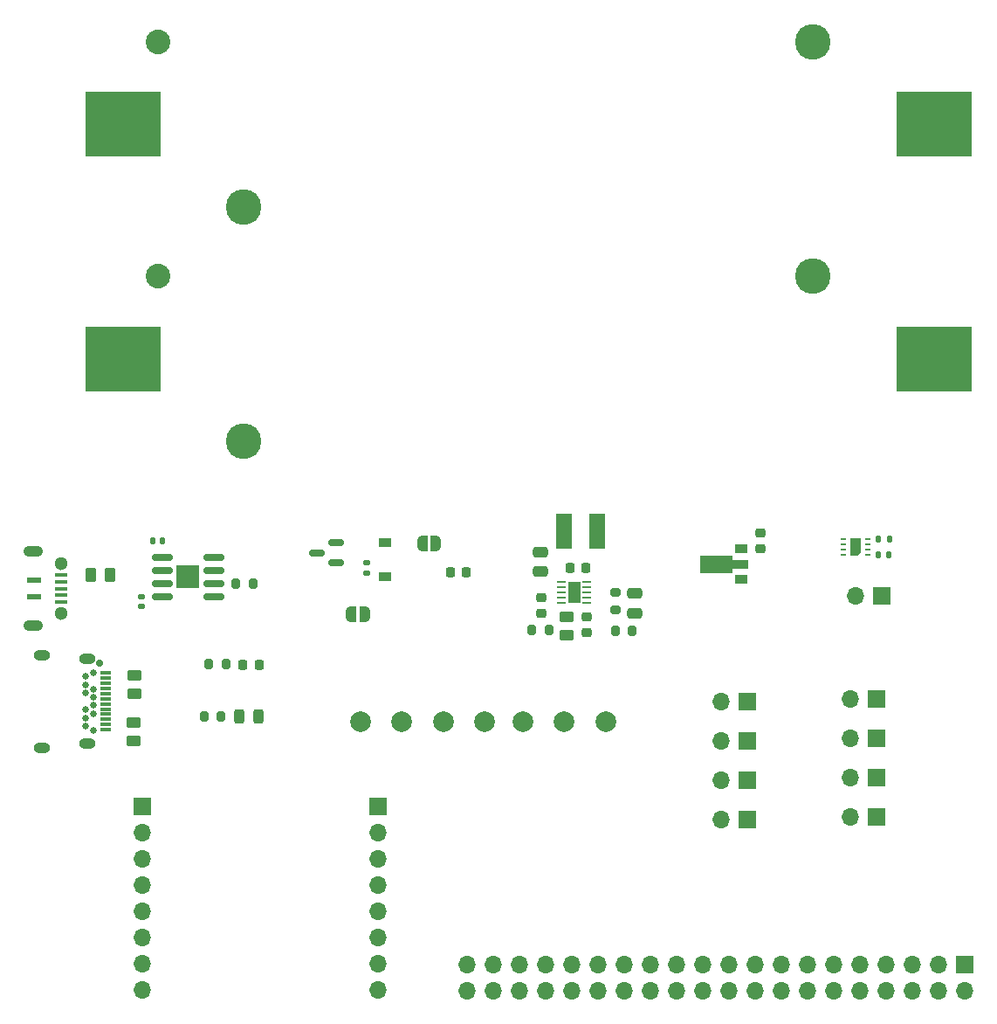
<source format=gbr>
%TF.GenerationSoftware,KiCad,Pcbnew,(6.0.8)*%
%TF.CreationDate,2023-04-19T11:33:21+02:00*%
%TF.ProjectId,Group22_Power,47726f75-7032-4325-9f50-6f7765722e6b,rev?*%
%TF.SameCoordinates,Original*%
%TF.FileFunction,Soldermask,Top*%
%TF.FilePolarity,Negative*%
%FSLAX46Y46*%
G04 Gerber Fmt 4.6, Leading zero omitted, Abs format (unit mm)*
G04 Created by KiCad (PCBNEW (6.0.8)) date 2023-04-19 11:33:21*
%MOMM*%
%LPD*%
G01*
G04 APERTURE LIST*
G04 Aperture macros list*
%AMRoundRect*
0 Rectangle with rounded corners*
0 $1 Rounding radius*
0 $2 $3 $4 $5 $6 $7 $8 $9 X,Y pos of 4 corners*
0 Add a 4 corners polygon primitive as box body*
4,1,4,$2,$3,$4,$5,$6,$7,$8,$9,$2,$3,0*
0 Add four circle primitives for the rounded corners*
1,1,$1+$1,$2,$3*
1,1,$1+$1,$4,$5*
1,1,$1+$1,$6,$7*
1,1,$1+$1,$8,$9*
0 Add four rect primitives between the rounded corners*
20,1,$1+$1,$2,$3,$4,$5,0*
20,1,$1+$1,$4,$5,$6,$7,0*
20,1,$1+$1,$6,$7,$8,$9,0*
20,1,$1+$1,$8,$9,$2,$3,0*%
%AMFreePoly0*
4,1,22,0.500000,-0.750000,0.000000,-0.750000,0.000000,-0.745033,-0.079941,-0.743568,-0.215256,-0.701293,-0.333266,-0.622738,-0.424486,-0.514219,-0.481581,-0.384460,-0.499164,-0.250000,-0.500000,-0.250000,-0.500000,0.250000,-0.499164,0.250000,-0.499963,0.256109,-0.478152,0.396186,-0.417904,0.524511,-0.324060,0.630769,-0.204165,0.706417,-0.067858,0.745374,0.000000,0.744959,0.000000,0.750000,
0.500000,0.750000,0.500000,-0.750000,0.500000,-0.750000,$1*%
%AMFreePoly1*
4,1,20,0.000000,0.744959,0.073905,0.744508,0.209726,0.703889,0.328688,0.626782,0.421226,0.519385,0.479903,0.390333,0.500000,0.250000,0.500000,-0.250000,0.499851,-0.262216,0.476331,-0.402017,0.414519,-0.529596,0.319384,-0.634700,0.198574,-0.708877,0.061801,-0.746166,0.000000,-0.745033,0.000000,-0.750000,-0.500000,-0.750000,-0.500000,0.750000,0.000000,0.750000,0.000000,0.744959,
0.000000,0.744959,$1*%
%AMFreePoly2*
4,1,9,3.862500,-0.866500,0.737500,-0.866500,0.737500,-0.450000,-0.737500,-0.450000,-0.737500,0.450000,0.737500,0.450000,0.737500,0.866500,3.862500,0.866500,3.862500,-0.866500,3.862500,-0.866500,$1*%
%AMFreePoly3*
4,1,6,0.500000,-0.850000,-0.500000,-0.850000,-0.500000,0.550000,-0.200000,0.850000,0.500000,0.850000,0.500000,-0.850000,0.500000,-0.850000,$1*%
G04 Aperture macros list end*
%ADD10FreePoly0,0.000000*%
%ADD11FreePoly1,0.000000*%
%ADD12RoundRect,0.135000X0.185000X-0.135000X0.185000X0.135000X-0.185000X0.135000X-0.185000X-0.135000X0*%
%ADD13RoundRect,0.250000X-0.450000X0.262500X-0.450000X-0.262500X0.450000X-0.262500X0.450000X0.262500X0*%
%ADD14C,2.000000*%
%ADD15RoundRect,0.250000X-0.262500X-0.450000X0.262500X-0.450000X0.262500X0.450000X-0.262500X0.450000X0*%
%ADD16R,1.300000X0.900000*%
%ADD17FreePoly2,180.000000*%
%ADD18R,1.700000X1.700000*%
%ADD19O,1.700000X1.700000*%
%ADD20RoundRect,0.140000X0.140000X0.170000X-0.140000X0.170000X-0.140000X-0.170000X0.140000X-0.170000X0*%
%ADD21RoundRect,0.218750X-0.218750X-0.256250X0.218750X-0.256250X0.218750X0.256250X-0.218750X0.256250X0*%
%ADD22RoundRect,0.250000X0.475000X-0.250000X0.475000X0.250000X-0.475000X0.250000X-0.475000X-0.250000X0*%
%ADD23RoundRect,0.150000X0.587500X0.150000X-0.587500X0.150000X-0.587500X-0.150000X0.587500X-0.150000X0*%
%ADD24C,3.450000*%
%ADD25C,2.390000*%
%ADD26R,7.340000X6.350000*%
%ADD27RoundRect,0.200000X-0.200000X-0.275000X0.200000X-0.275000X0.200000X0.275000X-0.200000X0.275000X0*%
%ADD28RoundRect,0.200000X-0.275000X0.200000X-0.275000X-0.200000X0.275000X-0.200000X0.275000X0.200000X0*%
%ADD29RoundRect,0.140000X-0.170000X0.140000X-0.170000X-0.140000X0.170000X-0.140000X0.170000X0.140000X0*%
%ADD30RoundRect,0.200000X0.200000X0.275000X-0.200000X0.275000X-0.200000X-0.275000X0.200000X-0.275000X0*%
%ADD31C,0.700000*%
%ADD32O,1.600000X1.000000*%
%ADD33R,1.100000X0.350000*%
%ADD34C,0.650000*%
%ADD35R,1.250000X0.400000*%
%ADD36R,1.350000X0.600000*%
%ADD37O,1.900000X1.070000*%
%ADD38C,1.300000*%
%ADD39RoundRect,0.225000X0.250000X-0.225000X0.250000X0.225000X-0.250000X0.225000X-0.250000X-0.225000X0*%
%ADD40RoundRect,0.135000X0.135000X0.185000X-0.135000X0.185000X-0.135000X-0.185000X0.135000X-0.185000X0*%
%ADD41RoundRect,0.225000X0.225000X0.250000X-0.225000X0.250000X-0.225000X-0.250000X0.225000X-0.250000X0*%
%ADD42RoundRect,0.150000X0.825000X0.150000X-0.825000X0.150000X-0.825000X-0.150000X0.825000X-0.150000X0*%
%ADD43R,2.300000X2.300000*%
%ADD44R,1.200000X0.900000*%
%ADD45RoundRect,0.225000X-0.225000X-0.250000X0.225000X-0.250000X0.225000X0.250000X-0.225000X0.250000X0*%
%ADD46RoundRect,0.062500X-0.350000X-0.062500X0.350000X-0.062500X0.350000X0.062500X-0.350000X0.062500X0*%
%ADD47R,1.200000X2.000000*%
%ADD48R,1.600000X3.500000*%
%ADD49RoundRect,0.243750X-0.243750X-0.456250X0.243750X-0.456250X0.243750X0.456250X-0.243750X0.456250X0*%
%ADD50R,0.550000X0.250000*%
%ADD51FreePoly3,180.000000*%
G04 APERTURE END LIST*
D10*
%TO.C,JP2*%
X96998905Y-94359409D03*
D11*
X98298905Y-94359409D03*
%TD*%
D10*
%TO.C,JP1*%
X90100000Y-101250000D03*
D11*
X91400000Y-101250000D03*
%TD*%
D12*
%TO.C,R12*%
X91571574Y-97241058D03*
X91571574Y-96221058D03*
%TD*%
D13*
%TO.C,R10*%
X69000000Y-111743642D03*
X69000000Y-113568642D03*
%TD*%
D14*
%TO.C,TP3*%
X99000000Y-111656142D03*
%TD*%
D15*
%TO.C,R4*%
X64868257Y-97454584D03*
X66693257Y-97454584D03*
%TD*%
D14*
%TO.C,TP7*%
X103000000Y-111656142D03*
%TD*%
D16*
%TO.C,U2*%
X127900000Y-97906142D03*
D17*
X127812500Y-96406142D03*
D16*
X127900000Y-94906142D03*
%TD*%
D18*
%TO.C,J12*%
X128525000Y-121156142D03*
D19*
X125985000Y-121156142D03*
%TD*%
D20*
%TO.C,C9*%
X71780000Y-94166142D03*
X70820000Y-94166142D03*
%TD*%
D21*
%TO.C,D3*%
X79558813Y-106136880D03*
X81133813Y-106136880D03*
%TD*%
D22*
%TO.C,C1*%
X108448019Y-97130404D03*
X108448019Y-95230404D03*
%TD*%
D14*
%TO.C,TP2*%
X95000000Y-111656142D03*
%TD*%
%TO.C,TP5*%
X110750000Y-111632996D03*
%TD*%
D23*
%TO.C,Q1*%
X88640663Y-96247117D03*
X88640663Y-94347117D03*
X86765663Y-95297117D03*
%TD*%
D22*
%TO.C,C5*%
X117600926Y-101129746D03*
X117600926Y-99229746D03*
%TD*%
D24*
%TO.C,BT1*%
X79650000Y-61790000D03*
X134850000Y-45790000D03*
D25*
X71320000Y-45790000D03*
D26*
X67920000Y-53790000D03*
X146580000Y-53790000D03*
%TD*%
D27*
%TO.C,R7*%
X78925000Y-98318161D03*
X80575000Y-98318161D03*
%TD*%
D28*
%TO.C,R2*%
X115710100Y-99154559D03*
X115710100Y-100804559D03*
%TD*%
D29*
%TO.C,C8*%
X69750812Y-99564799D03*
X69750812Y-100524799D03*
%TD*%
D30*
%TO.C,R13*%
X109273725Y-102750000D03*
X107623725Y-102750000D03*
%TD*%
D31*
%TO.C,J8*%
X65700000Y-106021315D03*
D32*
X60060000Y-114186315D03*
X64450000Y-113826315D03*
X64450000Y-105566315D03*
X60060000Y-105206315D03*
D33*
X66250000Y-106946315D03*
X66250000Y-107446315D03*
X66250000Y-107946315D03*
X66250000Y-108446315D03*
X66250000Y-108946315D03*
X66250000Y-109446315D03*
X66250000Y-109946315D03*
X66250000Y-110446315D03*
X66250000Y-110946315D03*
X66250000Y-111446315D03*
X66250000Y-111946315D03*
X66250000Y-112446315D03*
D34*
X65050000Y-112496315D03*
X64350000Y-112096315D03*
X64350000Y-111296315D03*
X65050000Y-110896315D03*
X64350000Y-110496315D03*
X65050000Y-110096315D03*
X65050000Y-109296315D03*
X64350000Y-108896315D03*
X65050000Y-108496315D03*
X64350000Y-108096315D03*
X64350000Y-107296315D03*
X65050000Y-106896315D03*
%TD*%
D30*
%TO.C,R5*%
X77472500Y-111141142D03*
X75822500Y-111141142D03*
%TD*%
D14*
%TO.C,TP6*%
X114750000Y-111632996D03*
%TD*%
D35*
%TO.C,J3*%
X61950636Y-97461938D03*
X61950636Y-98111938D03*
X61950636Y-98761938D03*
X61950636Y-99411938D03*
X61950636Y-100061938D03*
D36*
X59300636Y-99561938D03*
D37*
X59275636Y-95161938D03*
D36*
X59300636Y-97961938D03*
D38*
X61975636Y-101186938D03*
X61975636Y-96336938D03*
D37*
X59275636Y-102361938D03*
%TD*%
D39*
%TO.C,C7*%
X129750000Y-94931142D03*
X129750000Y-93381142D03*
%TD*%
%TO.C,C2*%
X112905423Y-103050685D03*
X112905423Y-101500685D03*
%TD*%
D40*
%TO.C,R9*%
X142260000Y-94009432D03*
X141240000Y-94009432D03*
%TD*%
D24*
%TO.C,BT2*%
X134850000Y-68500000D03*
D25*
X71320000Y-68500000D03*
D24*
X79650000Y-84500000D03*
D26*
X67920000Y-76500000D03*
X146580000Y-76500000D03*
%TD*%
D18*
%TO.C,J15*%
X141025000Y-117106142D03*
D19*
X138485000Y-117106142D03*
%TD*%
D41*
%TO.C,C4*%
X112869018Y-96797165D03*
X111319018Y-96797165D03*
%TD*%
D42*
%TO.C,U4*%
X76725000Y-99561142D03*
X76725000Y-98291142D03*
X76725000Y-97021142D03*
X76725000Y-95751142D03*
X71775000Y-95751142D03*
X71775000Y-97021142D03*
X71775000Y-98291142D03*
X71775000Y-99561142D03*
D43*
X74250000Y-97656142D03*
%TD*%
D14*
%TO.C,TP1*%
X91000000Y-111656142D03*
%TD*%
D44*
%TO.C,D4*%
X93329492Y-94345300D03*
X93329492Y-97645300D03*
%TD*%
D18*
%TO.C,J2*%
X141525000Y-99500000D03*
D19*
X138985000Y-99500000D03*
%TD*%
D45*
%TO.C,C6*%
X99686631Y-97230718D03*
X101236631Y-97230718D03*
%TD*%
D46*
%TO.C,U1*%
X110485519Y-98155075D03*
X110485519Y-98655075D03*
X110485519Y-99155075D03*
X110485519Y-99655075D03*
X110485519Y-100155075D03*
X112910519Y-100155075D03*
X112910519Y-99655075D03*
X112910519Y-99155075D03*
X112910519Y-98655075D03*
X112910519Y-98155075D03*
D47*
X111698019Y-99155075D03*
%TD*%
D27*
%TO.C,R3*%
X115696264Y-102880355D03*
X117346264Y-102880355D03*
%TD*%
D18*
%TO.C,J14*%
X141025000Y-113306142D03*
D19*
X138485000Y-113306142D03*
%TD*%
D18*
%TO.C,J16*%
X141012716Y-120906142D03*
D19*
X138472716Y-120906142D03*
%TD*%
D18*
%TO.C,J11*%
X128525000Y-117356142D03*
D19*
X125985000Y-117356142D03*
%TD*%
D30*
%TO.C,R6*%
X77921313Y-106121340D03*
X76271313Y-106121340D03*
%TD*%
D39*
%TO.C,C3*%
X108538762Y-101207441D03*
X108538762Y-99657441D03*
%TD*%
D48*
%TO.C,L1*%
X110749862Y-93210018D03*
X113949862Y-93210018D03*
%TD*%
D40*
%TO.C,R8*%
X142248711Y-95522068D03*
X141228711Y-95522068D03*
%TD*%
D18*
%TO.C,J13*%
X141025000Y-109506142D03*
D19*
X138485000Y-109506142D03*
%TD*%
D13*
%TO.C,R1*%
X111000000Y-101500000D03*
X111000000Y-103325000D03*
%TD*%
D18*
%TO.C,J9*%
X128525000Y-109756142D03*
D19*
X125985000Y-109756142D03*
%TD*%
D18*
%TO.C,J10*%
X128525000Y-113556142D03*
D19*
X125985000Y-113556142D03*
%TD*%
D14*
%TO.C,TP4*%
X106750000Y-111632996D03*
%TD*%
D49*
%TO.C,D2*%
X79250000Y-111156142D03*
X81125000Y-111156142D03*
%TD*%
D13*
%TO.C,R11*%
X69055645Y-107160579D03*
X69055645Y-108985579D03*
%TD*%
D50*
%TO.C,U5*%
X140175000Y-95500000D03*
X140175000Y-95000000D03*
X140175000Y-94500000D03*
X140175000Y-94000000D03*
X137825000Y-94000000D03*
X137825000Y-94500000D03*
X137825000Y-95000000D03*
X137825000Y-95500000D03*
D51*
X139000000Y-94750000D03*
%TD*%
D18*
%TO.C,J4*%
X92725000Y-119875000D03*
D19*
X92725000Y-122415000D03*
X92725000Y-124955000D03*
X92725000Y-127495000D03*
X92725000Y-130035000D03*
X92725000Y-132575000D03*
X92725000Y-135115000D03*
X92725000Y-137655000D03*
%TD*%
D18*
%TO.C,J7*%
X149540000Y-135210000D03*
D19*
X149540000Y-137750000D03*
X147000000Y-135210000D03*
X147000000Y-137750000D03*
X144460000Y-135210000D03*
X144460000Y-137750000D03*
X141920000Y-135210000D03*
X141920000Y-137750000D03*
X139380000Y-135210000D03*
X139380000Y-137750000D03*
X136840000Y-135210000D03*
X136840000Y-137750000D03*
X134300000Y-135210000D03*
X134300000Y-137750000D03*
X131760000Y-135210000D03*
X131760000Y-137750000D03*
X129220000Y-135210000D03*
X129220000Y-137750000D03*
X126680000Y-135210000D03*
X126680000Y-137750000D03*
X124140000Y-135210000D03*
X124140000Y-137750000D03*
X121600000Y-135210000D03*
X121600000Y-137750000D03*
X119060000Y-135210000D03*
X119060000Y-137750000D03*
X116520000Y-135210000D03*
X116520000Y-137750000D03*
X113980000Y-135210000D03*
X113980000Y-137750000D03*
X111440000Y-135210000D03*
X111440000Y-137750000D03*
X108900000Y-135210000D03*
X108900000Y-137750000D03*
X106360000Y-135210000D03*
X106360000Y-137750000D03*
X103820000Y-135210000D03*
X103820000Y-137750000D03*
X101280000Y-135210000D03*
X101280000Y-137750000D03*
%TD*%
D18*
%TO.C,J5*%
X69859465Y-119875000D03*
D19*
X69859465Y-122415000D03*
X69859465Y-124955000D03*
X69859465Y-127495000D03*
X69859465Y-130035000D03*
X69859465Y-132575000D03*
X69859465Y-135115000D03*
X69859465Y-137655000D03*
%TD*%
M02*

</source>
